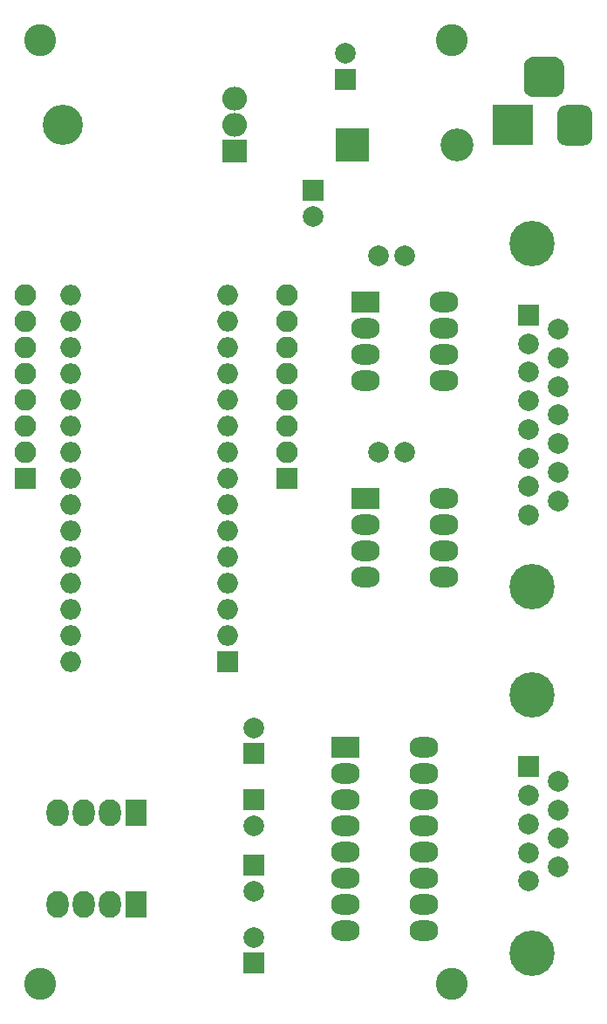
<source format=gbr>
G04 #@! TF.GenerationSoftware,KiCad,Pcbnew,(5.0.0)*
G04 #@! TF.CreationDate,2018-10-30T20:30:18+00:00*
G04 #@! TF.ProjectId,Nano SSI interface,4E616E6F2053534920696E7465726661,rev?*
G04 #@! TF.SameCoordinates,Original*
G04 #@! TF.FileFunction,Soldermask,Bot*
G04 #@! TF.FilePolarity,Negative*
%FSLAX46Y46*%
G04 Gerber Fmt 4.6, Leading zero omitted, Abs format (unit mm)*
G04 Created by KiCad (PCBNEW (5.0.0)) date 10/30/18 20:30:18*
%MOMM*%
%LPD*%
G01*
G04 APERTURE LIST*
%ADD10C,3.100000*%
%ADD11R,3.200000X3.200000*%
%ADD12O,3.200000X3.200000*%
%ADD13C,2.000000*%
%ADD14R,2.000000X2.000000*%
%ADD15R,3.900000X3.900000*%
%ADD16C,0.100000*%
%ADD17C,3.400000*%
%ADD18C,3.900000*%
%ADD19C,4.400000*%
%ADD20R,2.140000X2.600000*%
%ADD21O,2.140000X2.600000*%
%ADD22O,2.000000X2.000000*%
%ADD23O,2.800000X2.000000*%
%ADD24R,2.800000X2.000000*%
%ADD25O,3.900000X3.900000*%
%ADD26R,2.400000X2.305000*%
%ADD27O,2.400000X2.305000*%
%ADD28O,2.100000X2.100000*%
%ADD29R,2.100000X2.100000*%
G04 APERTURE END LIST*
D10*
G04 #@! TO.C,REF\002A\002A*
X204000000Y-115000000D03*
G04 #@! TD*
G04 #@! TO.C,REF\002A\002A*
X204000000Y-23495000D03*
G04 #@! TD*
G04 #@! TO.C,REF\002A\002A*
X164000000Y-115000000D03*
G04 #@! TD*
G04 #@! TO.C,REF\002A\002A*
X164000000Y-23495000D03*
G04 #@! TD*
D11*
G04 #@! TO.C,D1*
X194310000Y-33655000D03*
D12*
X204470000Y-33655000D03*
G04 #@! TD*
D13*
G04 #@! TO.C,C1*
X190500000Y-40600000D03*
D14*
X190500000Y-38100000D03*
G04 #@! TD*
G04 #@! TO.C,C2*
X193675000Y-27265000D03*
D13*
X193675000Y-24765000D03*
G04 #@! TD*
D14*
G04 #@! TO.C,C3*
X184785000Y-97155000D03*
D13*
X184785000Y-99655000D03*
G04 #@! TD*
G04 #@! TO.C,C4*
X184785000Y-106005000D03*
D14*
X184785000Y-103505000D03*
G04 #@! TD*
D13*
G04 #@! TO.C,C5*
X184785000Y-90210000D03*
D14*
X184785000Y-92710000D03*
G04 #@! TD*
G04 #@! TO.C,C6*
X184785000Y-113030000D03*
D13*
X184785000Y-110530000D03*
G04 #@! TD*
G04 #@! TO.C,C7*
X199390000Y-44450000D03*
X196890000Y-44450000D03*
G04 #@! TD*
G04 #@! TO.C,C8*
X196890000Y-63500000D03*
X199390000Y-63500000D03*
G04 #@! TD*
D15*
G04 #@! TO.C,J1*
X209900000Y-31750000D03*
D16*
G36*
X216833315Y-29804093D02*
X216915827Y-29816333D01*
X216996742Y-29836601D01*
X217075281Y-29864702D01*
X217150687Y-29900367D01*
X217222235Y-29943251D01*
X217289234Y-29992941D01*
X217351041Y-30048959D01*
X217407059Y-30110766D01*
X217456749Y-30177765D01*
X217499633Y-30249313D01*
X217535298Y-30324719D01*
X217563399Y-30403258D01*
X217583667Y-30484173D01*
X217595907Y-30566685D01*
X217600000Y-30650000D01*
X217600000Y-32850000D01*
X217595907Y-32933315D01*
X217583667Y-33015827D01*
X217563399Y-33096742D01*
X217535298Y-33175281D01*
X217499633Y-33250687D01*
X217456749Y-33322235D01*
X217407059Y-33389234D01*
X217351041Y-33451041D01*
X217289234Y-33507059D01*
X217222235Y-33556749D01*
X217150687Y-33599633D01*
X217075281Y-33635298D01*
X216996742Y-33663399D01*
X216915827Y-33683667D01*
X216833315Y-33695907D01*
X216750000Y-33700000D01*
X215050000Y-33700000D01*
X214966685Y-33695907D01*
X214884173Y-33683667D01*
X214803258Y-33663399D01*
X214724719Y-33635298D01*
X214649313Y-33599633D01*
X214577765Y-33556749D01*
X214510766Y-33507059D01*
X214448959Y-33451041D01*
X214392941Y-33389234D01*
X214343251Y-33322235D01*
X214300367Y-33250687D01*
X214264702Y-33175281D01*
X214236601Y-33096742D01*
X214216333Y-33015827D01*
X214204093Y-32933315D01*
X214200000Y-32850000D01*
X214200000Y-30650000D01*
X214204093Y-30566685D01*
X214216333Y-30484173D01*
X214236601Y-30403258D01*
X214264702Y-30324719D01*
X214300367Y-30249313D01*
X214343251Y-30177765D01*
X214392941Y-30110766D01*
X214448959Y-30048959D01*
X214510766Y-29992941D01*
X214577765Y-29943251D01*
X214649313Y-29900367D01*
X214724719Y-29864702D01*
X214803258Y-29836601D01*
X214884173Y-29816333D01*
X214966685Y-29804093D01*
X215050000Y-29800000D01*
X216750000Y-29800000D01*
X216833315Y-29804093D01*
X216833315Y-29804093D01*
G37*
D17*
X215900000Y-31750000D03*
D16*
G36*
X213970567Y-25104695D02*
X214065213Y-25118734D01*
X214158028Y-25141983D01*
X214248116Y-25174217D01*
X214334612Y-25215127D01*
X214416681Y-25264317D01*
X214493533Y-25321315D01*
X214564429Y-25385571D01*
X214628685Y-25456467D01*
X214685683Y-25533319D01*
X214734873Y-25615388D01*
X214775783Y-25701884D01*
X214808017Y-25791972D01*
X214831266Y-25884787D01*
X214845305Y-25979433D01*
X214850000Y-26075000D01*
X214850000Y-28025000D01*
X214845305Y-28120567D01*
X214831266Y-28215213D01*
X214808017Y-28308028D01*
X214775783Y-28398116D01*
X214734873Y-28484612D01*
X214685683Y-28566681D01*
X214628685Y-28643533D01*
X214564429Y-28714429D01*
X214493533Y-28778685D01*
X214416681Y-28835683D01*
X214334612Y-28884873D01*
X214248116Y-28925783D01*
X214158028Y-28958017D01*
X214065213Y-28981266D01*
X213970567Y-28995305D01*
X213875000Y-29000000D01*
X211925000Y-29000000D01*
X211829433Y-28995305D01*
X211734787Y-28981266D01*
X211641972Y-28958017D01*
X211551884Y-28925783D01*
X211465388Y-28884873D01*
X211383319Y-28835683D01*
X211306467Y-28778685D01*
X211235571Y-28714429D01*
X211171315Y-28643533D01*
X211114317Y-28566681D01*
X211065127Y-28484612D01*
X211024217Y-28398116D01*
X210991983Y-28308028D01*
X210968734Y-28215213D01*
X210954695Y-28120567D01*
X210950000Y-28025000D01*
X210950000Y-26075000D01*
X210954695Y-25979433D01*
X210968734Y-25884787D01*
X210991983Y-25791972D01*
X211024217Y-25701884D01*
X211065127Y-25615388D01*
X211114317Y-25533319D01*
X211171315Y-25456467D01*
X211235571Y-25385571D01*
X211306467Y-25321315D01*
X211383319Y-25264317D01*
X211465388Y-25215127D01*
X211551884Y-25174217D01*
X211641972Y-25141983D01*
X211734787Y-25118734D01*
X211829433Y-25104695D01*
X211925000Y-25100000D01*
X213875000Y-25100000D01*
X213970567Y-25104695D01*
X213970567Y-25104695D01*
G37*
D18*
X212900000Y-27050000D03*
G04 #@! TD*
D14*
G04 #@! TO.C,J2*
X211455000Y-93980000D03*
D13*
X211455000Y-96750000D03*
X211455000Y-99520000D03*
X211455000Y-102290000D03*
X211455000Y-105060000D03*
X214295000Y-95365000D03*
X214295000Y-98135000D03*
X214295000Y-100905000D03*
X214295000Y-103675000D03*
D19*
X211755000Y-112020000D03*
X211755000Y-87020000D03*
G04 #@! TD*
D20*
G04 #@! TO.C,J5*
X173355000Y-98425000D03*
D21*
X170815000Y-98425000D03*
X168275000Y-98425000D03*
X165735000Y-98425000D03*
G04 #@! TD*
D14*
G04 #@! TO.C,U1*
X182245000Y-83820000D03*
D22*
X167005000Y-50800000D03*
X182245000Y-81280000D03*
X167005000Y-53340000D03*
X182245000Y-78740000D03*
X167005000Y-55880000D03*
X182245000Y-76200000D03*
X167005000Y-58420000D03*
X182245000Y-73660000D03*
X167005000Y-60960000D03*
X182245000Y-71120000D03*
X167005000Y-63500000D03*
X182245000Y-68580000D03*
X167005000Y-66040000D03*
X182245000Y-66040000D03*
X167005000Y-68580000D03*
X182245000Y-63500000D03*
X167005000Y-71120000D03*
X182245000Y-60960000D03*
X167005000Y-73660000D03*
X182245000Y-58420000D03*
X167005000Y-76200000D03*
X182245000Y-55880000D03*
X167005000Y-78740000D03*
X182245000Y-53340000D03*
X167005000Y-81280000D03*
X182245000Y-50800000D03*
X167005000Y-83820000D03*
X182245000Y-48260000D03*
X167005000Y-48260000D03*
G04 #@! TD*
D23*
G04 #@! TO.C,U3*
X203200000Y-48895000D03*
X195580000Y-56515000D03*
X203200000Y-51435000D03*
X195580000Y-53975000D03*
X203200000Y-53975000D03*
X195580000Y-51435000D03*
X203200000Y-56515000D03*
D24*
X195580000Y-48895000D03*
G04 #@! TD*
G04 #@! TO.C,U4*
X195580000Y-67945000D03*
D23*
X203200000Y-75565000D03*
X195580000Y-70485000D03*
X203200000Y-73025000D03*
X195580000Y-73025000D03*
X203200000Y-70485000D03*
X195580000Y-75565000D03*
X203200000Y-67945000D03*
G04 #@! TD*
D24*
G04 #@! TO.C,U5*
X193675000Y-92075000D03*
D23*
X201295000Y-109855000D03*
X193675000Y-94615000D03*
X201295000Y-107315000D03*
X193675000Y-97155000D03*
X201295000Y-104775000D03*
X193675000Y-99695000D03*
X201295000Y-102235000D03*
X193675000Y-102235000D03*
X201295000Y-99695000D03*
X193675000Y-104775000D03*
X201295000Y-97155000D03*
X193675000Y-107315000D03*
X201295000Y-94615000D03*
X193675000Y-109855000D03*
X201295000Y-92075000D03*
G04 #@! TD*
D14*
G04 #@! TO.C,J3*
X211455000Y-50165000D03*
D13*
X211455000Y-52935000D03*
X211455000Y-55705000D03*
X211455000Y-58475000D03*
X211455000Y-61245000D03*
X211455000Y-64015000D03*
X211455000Y-66785000D03*
X211455000Y-69555000D03*
X214295000Y-51550000D03*
X214295000Y-54320000D03*
X214295000Y-57090000D03*
X214295000Y-59860000D03*
X214295000Y-62630000D03*
X214295000Y-65400000D03*
X214295000Y-68170000D03*
D19*
X211755000Y-76510000D03*
X211755000Y-43210000D03*
G04 #@! TD*
D20*
G04 #@! TO.C,J4*
X173355000Y-107315000D03*
D21*
X170815000Y-107315000D03*
X168275000Y-107315000D03*
X165735000Y-107315000D03*
G04 #@! TD*
D25*
G04 #@! TO.C,U2*
X166220000Y-31750000D03*
D26*
X182880000Y-34290000D03*
D27*
X182880000Y-31750000D03*
X182880000Y-29210000D03*
G04 #@! TD*
D28*
G04 #@! TO.C,J6*
X187960000Y-48260000D03*
X187960000Y-50800000D03*
X187960000Y-53340000D03*
X187960000Y-55880000D03*
X187960000Y-58420000D03*
X187960000Y-60960000D03*
X187960000Y-63500000D03*
D29*
X187960000Y-66040000D03*
G04 #@! TD*
G04 #@! TO.C,J7*
X162560000Y-66040000D03*
D28*
X162560000Y-63500000D03*
X162560000Y-60960000D03*
X162560000Y-58420000D03*
X162560000Y-55880000D03*
X162560000Y-53340000D03*
X162560000Y-50800000D03*
X162560000Y-48260000D03*
G04 #@! TD*
M02*

</source>
